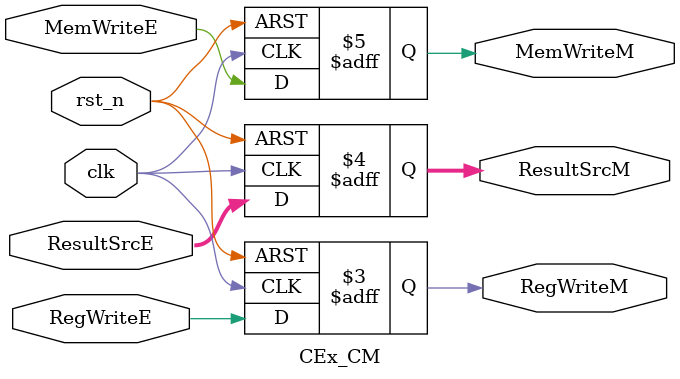
<source format=sv>
module CEx_CM (
    input  logic        clk,
    input  logic        rst_n,

    input  logic        RegWriteE,
    input  logic [1:0]  ResultSrcE,
    input  logic        MemWriteE,

    output logic        RegWriteM,
    output logic [1:0]  ResultSrcM,
    output logic        MemWriteM
);

    always_ff @(posedge clk or negedge rst_n) begin
        if (!rst_n) begin
            RegWriteM  <= '0;
            ResultSrcM <= '0;
            MemWriteM  <= '0;
        end else begin
            RegWriteM  <= RegWriteE;
            ResultSrcM <= ResultSrcE;
            MemWriteM  <= MemWriteE;
        end
    end

endmodule
</source>
